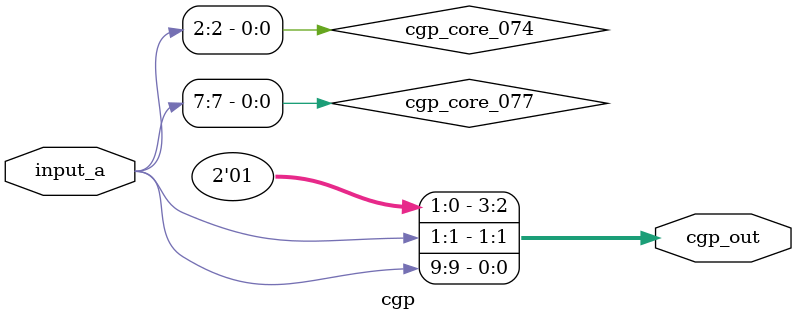
<source format=v>
module cgp(input [11:0] input_a, output [3:0] cgp_out);
  wire cgp_core_015;
  wire cgp_core_016;
  wire cgp_core_018;
  wire cgp_core_020;
  wire cgp_core_021;
  wire cgp_core_022;
  wire cgp_core_023;
  wire cgp_core_026;
  wire cgp_core_028_not;
  wire cgp_core_029;
  wire cgp_core_031_not;
  wire cgp_core_032;
  wire cgp_core_035;
  wire cgp_core_037;
  wire cgp_core_039;
  wire cgp_core_040;
  wire cgp_core_041;
  wire cgp_core_044;
  wire cgp_core_048;
  wire cgp_core_049;
  wire cgp_core_055;
  wire cgp_core_056;
  wire cgp_core_061;
  wire cgp_core_062;
  wire cgp_core_064_not;
  wire cgp_core_065;
  wire cgp_core_066;
  wire cgp_core_067;
  wire cgp_core_068;
  wire cgp_core_069;
  wire cgp_core_070;
  wire cgp_core_071;
  wire cgp_core_073;
  wire cgp_core_074;
  wire cgp_core_075;
  wire cgp_core_076;
  wire cgp_core_077;
  wire cgp_core_078;

  assign cgp_core_015 = ~(input_a[2] & input_a[6]);
  assign cgp_core_016 = input_a[1] ^ input_a[9];
  assign cgp_core_018 = ~(input_a[11] & input_a[3]);
  assign cgp_core_020 = ~(input_a[11] | input_a[1]);
  assign cgp_core_021 = input_a[2] | input_a[11];
  assign cgp_core_022 = ~(input_a[5] | input_a[7]);
  assign cgp_core_023 = input_a[1] ^ input_a[0];
  assign cgp_core_026 = input_a[8] ^ input_a[8];
  assign cgp_core_028_not = ~input_a[5];
  assign cgp_core_029 = ~(input_a[5] | input_a[9]);
  assign cgp_core_031_not = ~input_a[11];
  assign cgp_core_032 = input_a[7] ^ input_a[3];
  assign cgp_core_035 = ~(input_a[6] | input_a[0]);
  assign cgp_core_037 = ~(input_a[5] ^ input_a[10]);
  assign cgp_core_039 = input_a[10] | input_a[4];
  assign cgp_core_040 = ~input_a[4];
  assign cgp_core_041 = input_a[8] | input_a[4];
  assign cgp_core_044 = ~(input_a[0] & input_a[3]);
  assign cgp_core_048 = ~input_a[5];
  assign cgp_core_049 = ~(input_a[7] ^ input_a[9]);
  assign cgp_core_055 = ~(input_a[6] | input_a[2]);
  assign cgp_core_056 = ~input_a[5];
  assign cgp_core_061 = ~(input_a[6] & input_a[8]);
  assign cgp_core_062 = ~(input_a[4] ^ input_a[1]);
  assign cgp_core_064_not = ~input_a[5];
  assign cgp_core_065 = input_a[4] ^ input_a[5];
  assign cgp_core_066 = ~(input_a[9] & input_a[1]);
  assign cgp_core_067 = ~(input_a[11] ^ input_a[10]);
  assign cgp_core_068 = input_a[7] | input_a[11];
  assign cgp_core_069 = ~(input_a[9] & input_a[2]);
  assign cgp_core_070 = ~input_a[8];
  assign cgp_core_071 = ~(input_a[7] ^ input_a[9]);
  assign cgp_core_073 = input_a[5] & input_a[9];
  assign cgp_core_074 = input_a[2] | input_a[2];
  assign cgp_core_075 = ~input_a[0];
  assign cgp_core_076 = input_a[6] ^ input_a[3];
  assign cgp_core_077 = input_a[7] | input_a[7];
  assign cgp_core_078 = input_a[8] | input_a[10];

  assign cgp_out[0] = input_a[9];
  assign cgp_out[1] = input_a[1];
  assign cgp_out[2] = 1'b1;
  assign cgp_out[3] = 1'b0;
endmodule
</source>
